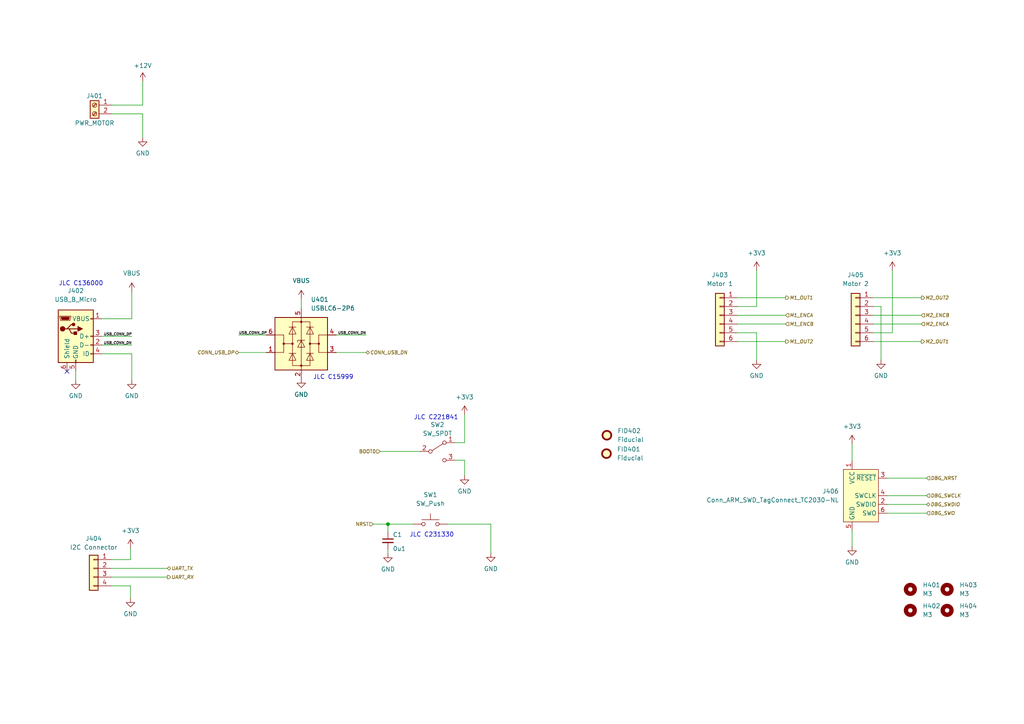
<source format=kicad_sch>
(kicad_sch (version 20211123) (generator eeschema)
  (paper "A4")
  (lib_symbols
    (symbol "Connector:Conn_ARM_SWD_TagConnect_TC2030-NL" (in_bom no)
      (property "Reference" "J" (at 2.54 11.43 0))
      (property "Value" "Conn_ARM_SWD_TagConnect_TC2030-NL" (at 2.54 8.89 0))
      (symbol "Conn_ARM_SWD_TagConnect_TC2030-NL_0_0"
        (pin power_in line (at -2.54 10.16 270) (length 2.54) (name "VCC") (number "1"))
        (pin bidirectional line (at 7.62 -2.54 180) (length 2.54) (name "SWDIO") (number "2"))
        (pin open_collector line (at 7.62 5.08 180) (length 2.54) (name "~{RESET}") (number "3"))
        (pin output line (at 7.62 0 180) (length 2.54) (name "SWCLK") (number "4"))
        (pin power_in line (at -2.54 -10.16 90) (length 2.54) (name "GND") (number "5"))
        (pin input line (at 7.62 -5.08 180) (length 2.54) (name "SWO") (number "6"))
      )
      (symbol "Conn_ARM_SWD_TagConnect_TC2030-NL_0_1"
        (rectangle (start -5.08 7.62) (end 5.08 -7.62) (fill (type background)))
      )
    )
    (symbol "Connector:Screw_Terminal_01x02" (pin_names (offset 1.016) hide)
      (property "Reference" "J" (at 0 2.54 0))
      (property "Value" "Screw_Terminal_01x02" (at 0 -5.08 0))
      (symbol "Screw_Terminal_01x02_1_1"
        (rectangle (start -1.27 1.27) (end 1.27 -3.81) (stroke (width 0.254)) (fill (type background)))
        (circle (center 0 -2.54) (radius 0.635) (stroke (width 0.1524)))
        (polyline (pts (xy -0.5334 -2.2098) (xy 0.3302 -3.048)) (stroke (width 0.1524)))
        (polyline (pts (xy -0.5334 0.3302) (xy 0.3302 -0.508)) (stroke (width 0.1524)))
        (polyline (pts (xy -0.3556 -2.032) (xy 0.508 -2.8702)) (stroke (width 0.1524)))
        (polyline (pts (xy -0.3556 0.508) (xy 0.508 -0.3302)) (stroke (width 0.1524)))
        (circle (center 0 0) (radius 0.635) (stroke (width 0.1524)))
        (pin passive line (at -5.08 0 0) (length 3.81) (name "Pin_1") (number "1"))
        (pin passive line (at -5.08 -2.54 0) (length 3.81) (name "Pin_2") (number "2"))
      )
    )
    (symbol "Connector:USB_B_Micro" (pin_names (offset 1.016))
      (property "Reference" "J" (at -5.08 11.43 0))
      (property "Value" "USB_B_Micro" (at -5.08 8.89 0))
      (symbol "USB_B_Micro_0_1"
        (rectangle (start -5.08 -7.62) (end 5.08 7.62) (stroke (width 0.254)) (fill (type background)))
        (circle (center -3.81 2.159) (radius 0.635) (stroke (width 0.254)) (fill (type outline)))
        (circle (center -0.635 3.429) (radius 0.381) (stroke (width 0.254)) (fill (type outline)))
        (rectangle (start -0.127 -7.62) (end 0.127 -6.858))
        (polyline (pts (xy -1.905 2.159) (xy 0.635 2.159)) (stroke (width 0.254)))
        (polyline (pts (xy -3.175 2.159) (xy -2.54 2.159) (xy -1.27 3.429) (xy -0.635 3.429)) (stroke (width 0.254)))
        (polyline (pts (xy -2.54 2.159) (xy -1.905 2.159) (xy -1.27 0.889) (xy 0 0.889)) (stroke (width 0.254)))
        (polyline (pts (xy 0.635 2.794) (xy 0.635 1.524) (xy 1.905 2.159) (xy 0.635 2.794)) (stroke (width 0.254)) (fill (type outline)))
        (polyline (pts (xy -4.318 5.588) (xy -1.778 5.588) (xy -2.032 4.826) (xy -4.064 4.826) (xy -4.318 5.588)) (fill (type outline)))
        (polyline (pts (xy -4.699 5.842) (xy -4.699 5.588) (xy -4.445 4.826) (xy -4.445 4.572) (xy -1.651 4.572) (xy -1.651 4.826) (xy -1.397 5.588) (xy -1.397 5.842) (xy -4.699 5.842)))
        (rectangle (start 0.254 1.27) (end -0.508 0.508) (stroke (width 0.254)) (fill (type outline)))
        (rectangle (start 5.08 -5.207) (end 4.318 -4.953))
        (rectangle (start 5.08 -2.667) (end 4.318 -2.413))
        (rectangle (start 5.08 -0.127) (end 4.318 0.127))
        (rectangle (start 5.08 4.953) (end 4.318 5.207))
      )
      (symbol "USB_B_Micro_1_1"
        (pin power_out line (at 7.62 5.08 180) (length 2.54) (name "VBUS") (number "1"))
        (pin bidirectional line (at 7.62 -2.54 180) (length 2.54) (name "D-") (number "2"))
        (pin bidirectional line (at 7.62 0 180) (length 2.54) (name "D+") (number "3"))
        (pin passive line (at 7.62 -5.08 180) (length 2.54) (name "ID") (number "4"))
        (pin power_out line (at 0 -10.16 90) (length 2.54) (name "GND") (number "5"))
        (pin passive line (at -2.54 -10.16 90) (length 2.54) (name "Shield") (number "6"))
      )
    )
    (symbol "Connector_Generic:Conn_01x04" (pin_names (offset 1.016) hide)
      (property "Reference" "J" (at 0 5.08 0))
      (property "Value" "Conn_01x04" (at 0 -7.62 0))
      (symbol "Conn_01x04_1_1"
        (rectangle (start -1.27 -4.953) (end 0 -5.207) (stroke (width 0.1524)))
        (rectangle (start -1.27 -2.413) (end 0 -2.667) (stroke (width 0.1524)))
        (rectangle (start -1.27 0.127) (end 0 -0.127) (stroke (width 0.1524)))
        (rectangle (start -1.27 2.667) (end 0 2.413) (stroke (width 0.1524)))
        (rectangle (start -1.27 3.81) (end 1.27 -6.35) (stroke (width 0.254)) (fill (type background)))
        (pin passive line (at -5.08 2.54 0) (length 3.81) (name "Pin_1") (number "1"))
        (pin passive line (at -5.08 0 0) (length 3.81) (name "Pin_2") (number "2"))
        (pin passive line (at -5.08 -2.54 0) (length 3.81) (name "Pin_3") (number "3"))
        (pin passive line (at -5.08 -5.08 0) (length 3.81) (name "Pin_4") (number "4"))
      )
    )
    (symbol "Connector_Generic:Conn_01x06" (pin_names (offset 1.016) hide)
      (property "Reference" "J" (at 0 7.62 0))
      (property "Value" "Conn_01x06" (at 0 -10.16 0))
      (symbol "Conn_01x06_1_1"
        (rectangle (start -1.27 -7.493) (end 0 -7.747) (stroke (width 0.1524)))
        (rectangle (start -1.27 -4.953) (end 0 -5.207) (stroke (width 0.1524)))
        (rectangle (start -1.27 -2.413) (end 0 -2.667) (stroke (width 0.1524)))
        (rectangle (start -1.27 0.127) (end 0 -0.127) (stroke (width 0.1524)))
        (rectangle (start -1.27 2.667) (end 0 2.413) (stroke (width 0.1524)))
        (rectangle (start -1.27 5.207) (end 0 4.953) (stroke (width 0.1524)))
        (rectangle (start -1.27 6.35) (end 1.27 -8.89) (stroke (width 0.254)) (fill (type background)))
        (pin passive line (at -5.08 5.08 0) (length 3.81) (name "Pin_1") (number "1"))
        (pin passive line (at -5.08 2.54 0) (length 3.81) (name "Pin_2") (number "2"))
        (pin passive line (at -5.08 0 0) (length 3.81) (name "Pin_3") (number "3"))
        (pin passive line (at -5.08 -2.54 0) (length 3.81) (name "Pin_4") (number "4"))
        (pin passive line (at -5.08 -5.08 0) (length 3.81) (name "Pin_5") (number "5"))
        (pin passive line (at -5.08 -7.62 0) (length 3.81) (name "Pin_6") (number "6"))
      )
    )
    (symbol "Device:C_Small" (pin_numbers hide) (pin_names (offset 0.254) hide)
      (property "Reference" "C" (at 0.254 1.778 0))
      (property "Value" "C_Small" (at 0.254 -2.032 0))
      (symbol "C_Small_0_1"
        (polyline (pts (xy -1.524 -0.508) (xy 1.524 -0.508)) (stroke (width 0.3302)))
        (polyline (pts (xy -1.524 0.508) (xy 1.524 0.508)) (stroke (width 0.3048)))
      )
      (symbol "C_Small_1_1"
        (pin passive line (at 0 2.54 270) (length 2.032) (name "~") (number "1"))
        (pin passive line (at 0 -2.54 90) (length 2.032) (name "~") (number "2"))
      )
    )
    (symbol "Mechanical:Fiducial"
      (property "Reference" "FID" (at 0 5.08 0))
      (property "Value" "Fiducial" (at 0 3.175 0))
      (symbol "Fiducial_0_1"
        (circle (center 0 0) (radius 1.27) (stroke (width 0.508)) (fill (type background)))
      )
    )
    (symbol "Mechanical:MountingHole" (pin_names (offset 1.016))
      (property "Reference" "H" (at 0 5.08 0))
      (property "Value" "MountingHole" (at 0 3.175 0))
      (symbol "MountingHole_0_1"
        (circle (center 0 0) (radius 1.27) (stroke (width 1.27)))
      )
    )
    (symbol "Power_Protection:USBLC6-2P6" (pin_names hide)
      (property "Reference" "U" (at 2.54 8.89 0))
      (property "Value" "USBLC6-2P6" (at 2.54 -8.89 0))
      (symbol "USBLC6-2P6_0_1"
        (rectangle (start -7.62 -7.62) (end 7.62 7.62) (stroke (width 0.254)) (fill (type background)))
        (circle (center -5.08 0) (radius 0.254) (fill (type outline)))
        (circle (center -2.54 0) (radius 0.254) (fill (type outline)))
        (rectangle (start -2.54 6.35) (end 2.54 -6.35))
        (circle (center 0 -6.35) (radius 0.254) (fill (type outline)))
        (polyline (pts (xy -5.08 -2.54) (xy -7.62 -2.54)))
        (polyline (pts (xy -5.08 0) (xy -5.08 -2.54)))
        (polyline (pts (xy -5.08 2.54) (xy -7.62 2.54)))
        (polyline (pts (xy -1.524 -2.794) (xy -3.556 -2.794)))
        (polyline (pts (xy -1.524 4.826) (xy -3.556 4.826)))
        (polyline (pts (xy 0 -7.62) (xy 0 -6.35)))
        (polyline (pts (xy 0 -6.35) (xy 0 1.27)))
        (polyline (pts (xy 0 1.27) (xy 0 6.35)))
        (polyline (pts (xy 0 6.35) (xy 0 7.62)))
        (polyline (pts (xy 1.524 -2.794) (xy 3.556 -2.794)))
        (polyline (pts (xy 1.524 4.826) (xy 3.556 4.826)))
        (polyline (pts (xy 5.08 -2.54) (xy 7.62 -2.54)))
        (polyline (pts (xy 5.08 0) (xy 5.08 -2.54)))
        (polyline (pts (xy 5.08 2.54) (xy 7.62 2.54)))
        (polyline (pts (xy -2.54 0) (xy -5.08 0) (xy -5.08 2.54)))
        (polyline (pts (xy 2.54 0) (xy 5.08 0) (xy 5.08 2.54)))
        (polyline (pts (xy -3.556 -4.826) (xy -1.524 -4.826) (xy -2.54 -2.794) (xy -3.556 -4.826)))
        (polyline (pts (xy -3.556 2.794) (xy -1.524 2.794) (xy -2.54 4.826) (xy -3.556 2.794)))
        (polyline (pts (xy -1.016 -1.016) (xy 1.016 -1.016) (xy 0 1.016) (xy -1.016 -1.016)))
        (polyline (pts (xy 1.016 1.016) (xy 0.762 1.016) (xy -1.016 1.016) (xy -1.016 0.508)))
        (polyline (pts (xy 3.556 -4.826) (xy 1.524 -4.826) (xy 2.54 -2.794) (xy 3.556 -4.826)))
        (polyline (pts (xy 3.556 2.794) (xy 1.524 2.794) (xy 2.54 4.826) (xy 3.556 2.794)))
        (circle (center 0 6.35) (radius 0.254) (fill (type outline)))
        (circle (center 2.54 0) (radius 0.254) (fill (type outline)))
        (circle (center 5.08 0) (radius 0.254) (fill (type outline)))
      )
      (symbol "USBLC6-2P6_1_1"
        (pin passive line (at -10.16 -2.54 0) (length 2.54) (name "I/O1") (number "1"))
        (pin passive line (at 0 -10.16 90) (length 2.54) (name "GND") (number "2"))
        (pin passive line (at 10.16 -2.54 180) (length 2.54) (name "I/O2") (number "3"))
        (pin passive line (at 10.16 2.54 180) (length 2.54) (name "I/O2") (number "4"))
        (pin passive line (at 0 10.16 270) (length 2.54) (name "VBUS") (number "5"))
        (pin passive line (at -10.16 2.54 0) (length 2.54) (name "I/O1") (number "6"))
      )
    )
    (symbol "Switch:SW_Push" (pin_numbers hide) (pin_names (offset 1.016) hide)
      (property "Reference" "SW" (at 1.27 2.54 0))
      (property "Value" "SW_Push" (at 0 -1.524 0))
      (symbol "SW_Push_0_1"
        (circle (center -2.032 0) (radius 0.508))
        (polyline (pts (xy 0 1.27) (xy 0 3.048)))
        (polyline (pts (xy 2.54 1.27) (xy -2.54 1.27)))
        (circle (center 2.032 0) (radius 0.508))
        (pin passive line (at -5.08 0 0) (length 2.54) (name "1") (number "1"))
        (pin passive line (at 5.08 0 180) (length 2.54) (name "2") (number "2"))
      )
    )
    (symbol "Switch:SW_SPDT" (pin_names (offset 0) hide)
      (property "Reference" "SW" (at 0 4.318 0))
      (property "Value" "SW_SPDT" (at 0 -5.08 0))
      (symbol "SW_SPDT_0_0"
        (circle (center -2.032 0) (radius 0.508))
        (circle (center 2.032 -2.54) (radius 0.508))
      )
      (symbol "SW_SPDT_0_1"
        (polyline (pts (xy -1.524 0.254) (xy 1.651 2.286)))
        (circle (center 2.032 2.54) (radius 0.508))
      )
      (symbol "SW_SPDT_1_1"
        (pin passive line (at 5.08 2.54 180) (length 2.54) (name "A") (number "1"))
        (pin passive line (at -5.08 0 0) (length 2.54) (name "B") (number "2"))
        (pin passive line (at 5.08 -2.54 180) (length 2.54) (name "C") (number "3"))
      )
    )
    (symbol "power:+12V" (power) (pin_names (offset 0))
      (property "Value" "+12V" (at 0 3.556 0))
      (symbol "+12V_0_1"
        (polyline (pts (xy -0.762 1.27) (xy 0 2.54)))
        (polyline (pts (xy 0 0) (xy 0 2.54)))
        (polyline (pts (xy 0 2.54) (xy 0.762 1.27)))
      )
      (symbol "+12V_1_1"
        (pin power_in line (at 0 0 90) (length 0) hide (name "+12V") (number "1"))
      )
    )
    (symbol "power:+3V3" (power) (pin_names (offset 0))
      (property "Value" "+3V3" (at 0 3.556 0))
      (symbol "+3V3_0_1"
        (polyline (pts (xy -0.762 1.27) (xy 0 2.54)))
        (polyline (pts (xy 0 0) (xy 0 2.54)))
        (polyline (pts (xy 0 2.54) (xy 0.762 1.27)))
      )
      (symbol "+3V3_1_1"
        (pin power_in line (at 0 0 90) (length 0) hide (name "+3V3") (number "1"))
      )
    )
    (symbol "power:GND" (power) (pin_names (offset 0))
      (property "Value" "GND" (at 0 -3.81 0))
      (symbol "GND_0_1"
        (polyline (pts (xy 0 0) (xy 0 -1.27) (xy 1.27 -1.27) (xy 0 -2.54) (xy -1.27 -1.27) (xy 0 -1.27)))
      )
      (symbol "GND_1_1"
        (pin power_in line (at 0 0 270) (length 0) hide (name "GND") (number "1"))
      )
    )
    (symbol "power:VBUS" (power) (pin_names (offset 0))
      (property "Value" "VBUS" (at 0 3.81 0))
      (symbol "VBUS_0_1"
        (polyline (pts (xy -0.762 1.27) (xy 0 2.54)))
        (polyline (pts (xy 0 0) (xy 0 2.54)))
        (polyline (pts (xy 0 2.54) (xy 0.762 1.27)))
      )
      (symbol "VBUS_1_1"
        (pin power_in line (at 0 0 90) (length 0) hide (name "VBUS") (number "1"))
      )
    )
  )
  (junction (at 112.522 152.019))
  (no_connect (at 19.431 107.696))
  (wire (pts (xy 97.536 97.155) (xy 106.172 97.155)))
  (wire (pts (xy 247.142 158.496) (xy 247.142 153.924)))
  (wire (pts (xy 37.846 162.306) (xy 37.846 159.004)))
  (wire (pts (xy 253.238 86.36) (xy 267.208 86.36)))
  (wire (pts (xy 32.258 162.306) (xy 37.846 162.306)))
  (wire (pts (xy 129.921 152.019) (xy 142.367 152.019)))
  (wire (pts (xy 134.747 120.269) (xy 134.747 128.397)))
  (wire (pts (xy 257.302 143.764) (xy 268.732 143.764)))
  (wire (pts (xy 142.367 152.019) (xy 142.367 160.401)))
  (wire (pts (xy 29.591 97.536) (xy 38.227 97.536)))
  (wire (pts (xy 69.215 102.235) (xy 77.216 102.235)))
  (wire (pts (xy 258.826 78.486) (xy 258.826 96.52)))
  (wire (pts (xy 37.846 173.482) (xy 37.846 169.926)))
  (wire (pts (xy 213.868 86.36) (xy 227.838 86.36)))
  (wire (pts (xy 110.236 130.937) (xy 121.793 130.937)))
  (wire (pts (xy 37.846 169.926) (xy 32.258 169.926)))
  (wire (pts (xy 41.402 33.02) (xy 32.512 33.02)))
  (wire (pts (xy 38.227 102.616) (xy 29.591 102.616)))
  (wire (pts (xy 38.227 84.582) (xy 38.227 92.456)))
  (wire (pts (xy 97.536 102.235) (xy 106.172 102.235)))
  (wire (pts (xy 253.238 93.98) (xy 267.208 93.98)))
  (wire (pts (xy 257.302 146.304) (xy 268.732 146.304)))
  (wire (pts (xy 213.868 88.9) (xy 219.456 88.9)))
  (wire (pts (xy 38.227 92.456) (xy 29.591 92.456)))
  (wire (pts (xy 213.868 91.44) (xy 227.838 91.44)))
  (wire (pts (xy 253.238 91.44) (xy 267.208 91.44)))
  (wire (pts (xy 255.524 88.9) (xy 255.524 104.394)))
  (wire (pts (xy 32.258 164.846) (xy 48.514 164.846)))
  (wire (pts (xy 87.376 86.741) (xy 87.376 89.535)))
  (wire (pts (xy 112.522 152.019) (xy 119.761 152.019)))
  (wire (pts (xy 131.953 128.397) (xy 134.747 128.397)))
  (wire (pts (xy 268.732 138.684) (xy 257.302 138.684)))
  (wire (pts (xy 213.868 99.06) (xy 227.838 99.06)))
  (wire (pts (xy 131.953 133.477) (xy 134.747 133.477)))
  (wire (pts (xy 38.227 110.236) (xy 38.227 102.616)))
  (wire (pts (xy 112.522 152.019) (xy 112.522 154.305)))
  (wire (pts (xy 108.204 152.019) (xy 112.522 152.019)))
  (wire (pts (xy 134.747 133.477) (xy 134.747 137.922)))
  (wire (pts (xy 41.402 23.622) (xy 41.402 30.48)))
  (wire (pts (xy 21.971 107.696) (xy 21.971 110.236)))
  (wire (pts (xy 48.514 167.386) (xy 32.258 167.386)))
  (wire (pts (xy 213.868 93.98) (xy 227.838 93.98)))
  (wire (pts (xy 257.302 148.844) (xy 268.732 148.844)))
  (wire (pts (xy 29.591 100.076) (xy 38.227 100.076)))
  (wire (pts (xy 41.402 30.48) (xy 32.512 30.48)))
  (wire (pts (xy 247.142 128.778) (xy 247.142 133.604)))
  (wire (pts (xy 41.402 33.02) (xy 41.402 39.878)))
  (wire (pts (xy 253.238 99.06) (xy 267.208 99.06)))
  (wire (pts (xy 253.238 96.52) (xy 258.826 96.52)))
  (wire (pts (xy 253.238 88.9) (xy 255.524 88.9)))
  (wire (pts (xy 69.215 97.155) (xy 77.216 97.155)))
  (wire (pts (xy 213.868 96.52) (xy 219.456 96.52)))
  (wire (pts (xy 112.522 159.385) (xy 112.522 160.528)))
  (wire (pts (xy 219.456 96.52) (xy 219.456 104.394)))
  (wire (pts (xy 219.456 78.486) (xy 219.456 88.9)))
  (text "JLC C231330" (at 118.745 155.956 0) (effects (font (size 1.27 1.27)) (justify left bottom)))
  (text "JLC C221841" (at 120.015 121.92 0) (effects (font (size 1.27 1.27)) (justify left bottom)))
  (text "JLC C15999" (at 90.805 110.236 0) (effects (font (size 1.27 1.27)) (justify left bottom)))
  (text "JLC C136000" (at 17.018 83.058 0) (effects (font (size 1.27 1.27)) (justify left bottom)))
  (label "USB_CONN_DP" (at 38.227 97.536 180) (effects (font (size 0.75 0.75) italic)))
  (label "USB_CONN_DP" (at 69.215 97.155 0) (effects (font (size 0.75 0.75) italic)))
  (label "USB_CONN_DN" (at 38.227 100.076 180) (effects (font (size 0.75 0.75) italic)))
  (label "USB_CONN_DN" (at 106.172 97.155 180) (effects (font (size 0.75 0.75) italic)))
  (hierarchical_label "DBG_SWCLK" (shape input) (at 268.732 143.764 0) (effects (font (size 1 1) italic)))
  (hierarchical_label "CONN_USB_DP" (shape bidirectional) (at 69.215 102.235 180) (effects (font (size 1 1) italic)))
  (hierarchical_label "CONN_USB_DN" (shape bidirectional) (at 106.172 102.235 0) (effects (font (size 1 1) italic)))
  (hierarchical_label "M1_ENCB" (shape input) (at 227.838 93.98 0) (effects (font (size 1 1) italic)))
  (hierarchical_label "M2_ENCB" (shape input) (at 267.208 91.44 0) (effects (font (size 1 1) italic)))
  (hierarchical_label "M2_OUT2" (shape output) (at 267.208 86.36 0) (effects (font (size 1 1) italic)))
  (hierarchical_label "M2_OUT1" (shape output) (at 267.208 99.06 0) (effects (font (size 1 1) italic)))
  (hierarchical_label "UART_RX" (shape output) (at 48.514 167.386 0) (effects (font (size 1 1) italic)))
  (hierarchical_label "NRST" (shape input) (at 108.204 152.019 180) (effects (font (size 1 1))))
  (hierarchical_label "DBG_NRST" (shape input) (at 268.732 138.684 0) (effects (font (size 1 1) italic)))
  (hierarchical_label "DBG_SWO" (shape input) (at 268.732 148.844 0) (effects (font (size 1 1) italic)))
  (hierarchical_label "M1_OUT1" (shape output) (at 227.838 86.36 0) (effects (font (size 1 1) italic)))
  (hierarchical_label "M2_ENCA" (shape input) (at 267.208 93.98 0) (effects (font (size 1 1) italic)))
  (hierarchical_label "DBG_SWDIO" (shape bidirectional) (at 268.732 146.304 0) (effects (font (size 1 1) italic)))
  (hierarchical_label "M1_ENCA" (shape input) (at 227.838 91.44 0) (effects (font (size 1 1) italic)))
  (hierarchical_label "BOOT0" (shape input) (at 110.236 130.937 180) (effects (font (size 1 1))))
  (hierarchical_label "M1_OUT2" (shape output) (at 227.838 99.06 0) (effects (font (size 1 1) italic)))
  (hierarchical_label "UART_TX" (shape bidirectional) (at 48.514 164.846 0) (effects (font (size 1 1) italic)))
  (symbol (lib_id "power:GND") (at 41.402 39.878 0) (unit 1)
    (property "Reference" "#PWR0402" (effects hide))
    (property "Value" "GND" (at 41.402 44.45 0))
  )
  (symbol (lib_id "Switch:SW_Push") (at 124.841 152.019 0) (unit 1)
    (property "Reference" "SW1" (at 124.841 143.51 0))
    (property "Value" "SW_Push" (at 124.841 146.05 0))
    (property "Footprint" "Button_Switch_SMD:SW_SPST_B3U-1000P-B" (effects hide))
  )
  (symbol (lib_id "Device:C_Small") (at 112.522 156.845 0) (mirror y) (unit 1)
    (property "Reference" "C1" (at 113.919 155.067 0) (effects (justify right)))
    (property "Value" "0u1" (at 113.919 159.131 0) (effects (justify right)))
    (property "Footprint" "Capacitor_SMD:C_0603_1608Metric" (effects hide))
  )
  (symbol (lib_id "power:GND") (at 37.846 173.482 0) (unit 1)
    (property "Reference" "#PWR0406" (effects hide))
    (property "Value" "GND" (at 37.846 178.054 0))
  )
  (symbol (lib_id "power:+3V3") (at 134.747 120.269 0) (unit 1)
    (property "Reference" "#PWR01" (effects hide))
    (property "Value" "+3V3" (at 134.747 115.189 0))
  )
  (symbol (lib_id "Connector:Conn_ARM_SWD_TagConnect_TC2030-NL") (at 249.682 143.764 0) (unit 1)
    (property "Reference" "J406" (at 243.332 142.4939 0) (effects (justify right)))
    (property "Value" "Conn_ARM_SWD_TagConnect_TC2030-NL" (at 243.332 145.0339 0) (effects (justify right)))
    (property "Footprint" "Connector:Tag-Connect_TC2030-IDC-NL_2x03_P1.27mm_Vertical" (effects hide))
    (property "Datasheet" "https://www.tag-connect.com/wp-content/uploads/bsk-pdf-manager/TC2030-CTX_1.pdf" (effects hide))
  )
  (symbol (lib_id "Mechanical:Fiducial") (at 175.895 131.572 0) (unit 1)
    (property "Reference" "FID401" (at 178.943 130.3019 0) (effects (justify left)))
    (property "Value" "Fiducial" (at 178.943 132.8419 0) (effects (justify left)))
    (property "Footprint" "Fiducial:Fiducial_0.5mm_Mask1.5mm" (effects hide))
  )
  (symbol (lib_id "power:GND") (at 87.376 109.855 0) (unit 1)
    (property "Reference" "#PWR0412" (effects hide))
    (property "Value" "GND" (at 87.376 114.427 0))
  )
  (symbol (lib_id "Connector:USB_B_Micro") (at 21.971 97.536 0) (unit 1)
    (property "Reference" "J402" (at 21.971 84.328 0))
    (property "Value" "USB_B_Micro" (at 21.971 86.868 0))
    (property "Footprint" "Connector_USB:USB_Micro-B_Molex-105017-0001" (effects hide))
  )
  (symbol (lib_id "Mechanical:Fiducial") (at 176.022 126.238 0) (unit 1)
    (property "Reference" "FID402" (at 179.07 124.9679 0) (effects (justify left)))
    (property "Value" "Fiducial" (at 179.07 127.5079 0) (effects (justify left)))
  )
  (symbol (lib_id "power:+3V3") (at 219.456 78.486 0) (unit 1)
    (property "Reference" "#PWR0403" (effects hide))
    (property "Value" "+3V3" (at 219.456 73.406 0))
  )
  (symbol (lib_id "Mechanical:MountingHole") (at 274.701 170.942 0) (unit 1)
    (property "Reference" "H403" (at 278.257 169.6719 0) (effects (justify left)))
    (property "Value" "M3" (at 278.257 172.2119 0) (effects (justify left)))
    (property "Footprint" "MountingHole:MountingHole_3.2mm_M3" (effects hide))
  )
  (symbol (lib_id "Connector_Generic:Conn_01x06") (at 208.788 91.44 0) (mirror y) (unit 1)
    (property "Reference" "J403" (at 208.788 79.756 0))
    (property "Value" "Motor 1" (at 208.788 82.296 0))
    (property "Footprint" "Connector_JST:JST_XH_B6B-XH-A_1x06_P2.50mm_Vertical" (effects hide))
  )
  (symbol (lib_id "power:GND") (at 134.747 137.922 0) (unit 1)
    (property "Reference" "#PWR02" (effects hide))
    (property "Value" "GND" (at 134.747 142.494 0))
  )
  (symbol (lib_id "Mechanical:MountingHole") (at 264.033 177.038 0) (unit 1)
    (property "Reference" "H402" (at 267.589 175.7679 0) (effects (justify left)))
    (property "Value" "M3" (at 267.589 178.3079 0) (effects (justify left)))
    (property "Footprint" "MountingHole:MountingHole_3.2mm_M3" (effects hide))
  )
  (symbol (lib_id "power:+3V3") (at 37.846 159.004 0) (unit 1)
    (property "Reference" "#PWR0405" (effects hide))
    (property "Value" "+3V3" (at 37.846 153.924 0))
  )
  (symbol (lib_id "Connector_Generic:Conn_01x06") (at 248.158 91.44 0) (mirror y) (unit 1)
    (property "Reference" "J405" (at 248.158 79.756 0))
    (property "Value" "Motor 2" (at 248.158 82.296 0))
    (property "Footprint" "Connector_JST:JST_XH_B6B-XH-A_1x06_P2.50mm_Vertical" (effects hide))
  )
  (symbol (lib_id "power:GND") (at 142.367 160.401 0) (unit 1)
    (property "Reference" "#PWR03" (effects hide))
    (property "Value" "GND" (at 142.367 164.973 0))
  )
  (symbol (lib_id "Mechanical:MountingHole") (at 274.701 177.038 0) (unit 1)
    (property "Reference" "H404" (at 278.257 175.7679 0) (effects (justify left)))
    (property "Value" "M3" (at 278.257 178.3079 0) (effects (justify left)))
    (property "Footprint" "MountingHole:MountingHole_3.2mm_M3" (effects hide))
  )
  (symbol (lib_id "Power_Protection:USBLC6-2P6") (at 87.376 99.695 0) (unit 1)
    (property "Reference" "U401" (at 90.1447 86.868 0) (effects (justify left)))
    (property "Value" "USBLC6-2P6" (at 90.1447 89.408 0) (effects (justify left)))
    (property "Footprint" "Package_TO_SOT_SMD:SOT-666" (effects hide))
    (property "Datasheet" "https://www.st.com/resource/en/datasheet/usblc6-2.pdf" (effects hide))
  )
  (symbol (lib_id "Switch:SW_SPDT") (at 126.873 130.937 0) (unit 1)
    (property "Reference" "SW2" (at 126.873 123.19 0))
    (property "Value" "SW_SPDT" (at 126.873 125.73 0))
    (property "Footprint" "Button_Switch_SMD:SW_SPDT_PCM12" (effects hide))
  )
  (symbol (lib_id "power:GND") (at 219.456 104.394 0) (unit 1)
    (property "Reference" "#PWR0404" (effects hide))
    (property "Value" "GND" (at 219.456 108.966 0))
  )
  (symbol (lib_id "Mechanical:MountingHole") (at 264.033 170.942 0) (unit 1)
    (property "Reference" "H401" (at 267.589 169.6719 0) (effects (justify left)))
    (property "Value" "M3" (at 267.589 172.2119 0) (effects (justify left)))
    (property "Footprint" "MountingHole:MountingHole_3.2mm_M3" (effects hide))
  )
  (symbol (lib_id "power:+12V") (at 41.402 23.622 0) (unit 1)
    (property "Reference" "#PWR0401" (effects hide))
    (property "Value" "+12V" (at 41.402 19.05 0))
  )
  (symbol (lib_id "power:GND") (at 255.524 104.394 0) (unit 1)
    (property "Reference" "#PWR0408" (effects hide))
    (property "Value" "GND" (at 255.524 108.966 0))
  )
  (symbol (lib_id "power:VBUS") (at 38.227 84.582 0) (unit 1)
    (property "Reference" "#PWR0103" (effects hide))
    (property "Value" "VBUS" (at 38.227 79.248 0))
  )
  (symbol (lib_id "Connector:Screw_Terminal_01x02") (at 27.432 30.48 0) (mirror y) (unit 1)
    (property "Reference" "J401" (at 27.432 27.813 0))
    (property "Value" "PWR_MOTOR" (at 27.432 35.687 0))
    (property "Footprint" "TerminalBlock_Phoenix:TerminalBlock_Phoenix_MPT-0,5-2-2.54_1x02_P2.54mm_Horizontal" (effects hide))
  )
  (symbol (lib_id "power:GND") (at 112.522 160.528 0) (unit 1)
    (property "Reference" "#PWR04" (effects hide))
    (property "Value" "GND" (at 112.522 165.1 0))
  )
  (symbol (lib_id "power:GND") (at 21.971 110.236 0) (unit 1)
    (property "Reference" "#PWR0102" (effects hide))
    (property "Value" "GND" (at 21.971 114.808 0))
  )
  (symbol (lib_id "power:GND") (at 247.142 158.496 0) (unit 1)
    (property "Reference" "#PWR0410" (effects hide))
    (property "Value" "GND" (at 247.142 163.068 0))
  )
  (symbol (lib_id "power:VBUS") (at 87.376 86.741 0) (unit 1)
    (property "Reference" "#PWR0411" (effects hide))
    (property "Value" "VBUS" (at 87.376 81.407 0))
  )
  (symbol (lib_id "Connector_Generic:Conn_01x04") (at 27.178 164.846 0) (mirror y) (unit 1)
    (property "Reference" "J404" (at 27.178 156.21 0))
    (property "Value" "I2C Connector" (at 27.178 158.75 0))
    (property "Footprint" "Connector_JST:JST_PH_B4B-PH-K_1x04_P2.00mm_Vertical" (effects hide))
  )
  (symbol (lib_id "power:+3V3") (at 258.826 78.486 0) (unit 1)
    (property "Reference" "#PWR0407" (effects hide))
    (property "Value" "+3V3" (at 258.826 73.406 0))
  )
  (symbol (lib_id "power:+3V3") (at 247.142 128.778 0) (unit 1)
    (property "Reference" "#PWR0409" (effects hide))
    (property "Value" "+3V3" (at 247.142 123.698 0))
  )
  (symbol (lib_id "power:GND") (at 38.227 110.236 0) (unit 1)
    (property "Reference" "#PWR0101" (effects hide))
    (property "Value" "GND" (at 38.227 114.808 0))
  )
)
</source>
